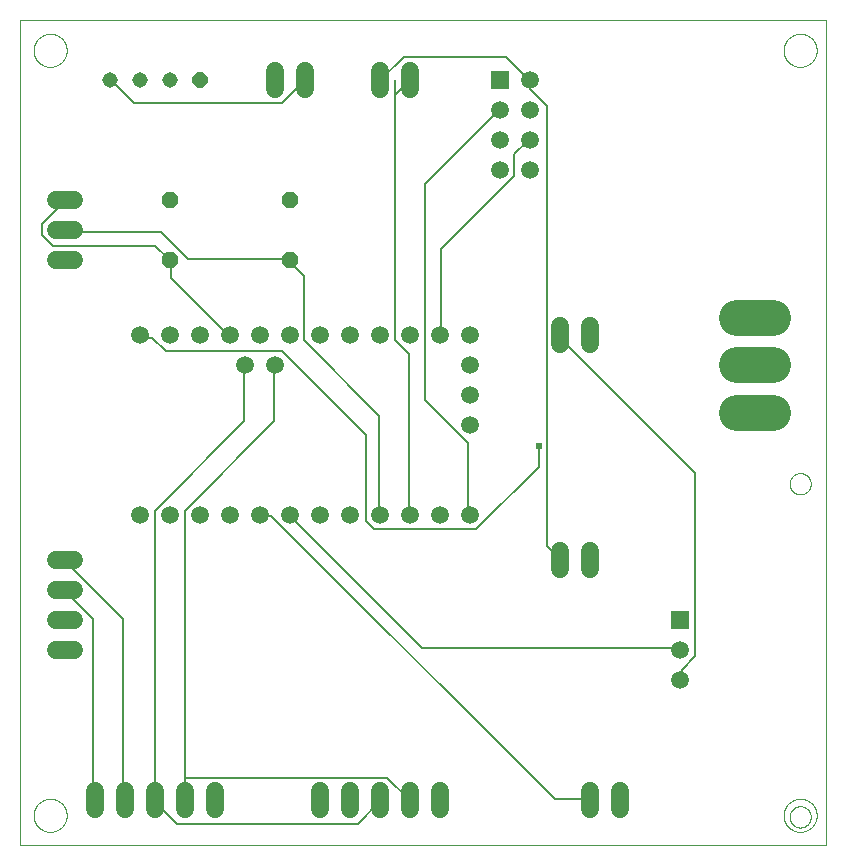
<source format=gbl>
G75*
%MOIN*%
%OFA0B0*%
%FSLAX25Y25*%
%IPPOS*%
%LPD*%
%AMOC8*
5,1,8,0,0,1.08239X$1,22.5*
%
%ADD10C,0.00000*%
%ADD11C,0.06000*%
%ADD12R,0.05937X0.05937*%
%ADD13C,0.05937*%
%ADD14OC8,0.05200*%
%ADD15OC8,0.05150*%
%ADD16C,0.05150*%
%ADD17C,0.11850*%
%ADD18C,0.00600*%
%ADD19C,0.02400*%
D10*
X0001000Y0001500D02*
X0001000Y0276461D01*
X0269701Y0276461D01*
X0269701Y0001500D01*
X0001000Y0001500D01*
X0005488Y0011500D02*
X0005490Y0011648D01*
X0005496Y0011796D01*
X0005506Y0011944D01*
X0005520Y0012091D01*
X0005538Y0012238D01*
X0005559Y0012384D01*
X0005585Y0012530D01*
X0005615Y0012675D01*
X0005648Y0012819D01*
X0005686Y0012962D01*
X0005727Y0013104D01*
X0005772Y0013245D01*
X0005820Y0013385D01*
X0005873Y0013524D01*
X0005929Y0013661D01*
X0005989Y0013796D01*
X0006052Y0013930D01*
X0006119Y0014062D01*
X0006190Y0014192D01*
X0006264Y0014320D01*
X0006341Y0014446D01*
X0006422Y0014570D01*
X0006506Y0014692D01*
X0006593Y0014811D01*
X0006684Y0014928D01*
X0006778Y0015043D01*
X0006874Y0015155D01*
X0006974Y0015265D01*
X0007076Y0015371D01*
X0007182Y0015475D01*
X0007290Y0015576D01*
X0007401Y0015674D01*
X0007514Y0015770D01*
X0007630Y0015862D01*
X0007748Y0015951D01*
X0007869Y0016036D01*
X0007992Y0016119D01*
X0008117Y0016198D01*
X0008244Y0016274D01*
X0008373Y0016346D01*
X0008504Y0016415D01*
X0008637Y0016480D01*
X0008772Y0016541D01*
X0008908Y0016599D01*
X0009045Y0016654D01*
X0009184Y0016704D01*
X0009325Y0016751D01*
X0009466Y0016794D01*
X0009609Y0016834D01*
X0009753Y0016869D01*
X0009897Y0016901D01*
X0010043Y0016928D01*
X0010189Y0016952D01*
X0010336Y0016972D01*
X0010483Y0016988D01*
X0010630Y0017000D01*
X0010778Y0017008D01*
X0010926Y0017012D01*
X0011074Y0017012D01*
X0011222Y0017008D01*
X0011370Y0017000D01*
X0011517Y0016988D01*
X0011664Y0016972D01*
X0011811Y0016952D01*
X0011957Y0016928D01*
X0012103Y0016901D01*
X0012247Y0016869D01*
X0012391Y0016834D01*
X0012534Y0016794D01*
X0012675Y0016751D01*
X0012816Y0016704D01*
X0012955Y0016654D01*
X0013092Y0016599D01*
X0013228Y0016541D01*
X0013363Y0016480D01*
X0013496Y0016415D01*
X0013627Y0016346D01*
X0013756Y0016274D01*
X0013883Y0016198D01*
X0014008Y0016119D01*
X0014131Y0016036D01*
X0014252Y0015951D01*
X0014370Y0015862D01*
X0014486Y0015770D01*
X0014599Y0015674D01*
X0014710Y0015576D01*
X0014818Y0015475D01*
X0014924Y0015371D01*
X0015026Y0015265D01*
X0015126Y0015155D01*
X0015222Y0015043D01*
X0015316Y0014928D01*
X0015407Y0014811D01*
X0015494Y0014692D01*
X0015578Y0014570D01*
X0015659Y0014446D01*
X0015736Y0014320D01*
X0015810Y0014192D01*
X0015881Y0014062D01*
X0015948Y0013930D01*
X0016011Y0013796D01*
X0016071Y0013661D01*
X0016127Y0013524D01*
X0016180Y0013385D01*
X0016228Y0013245D01*
X0016273Y0013104D01*
X0016314Y0012962D01*
X0016352Y0012819D01*
X0016385Y0012675D01*
X0016415Y0012530D01*
X0016441Y0012384D01*
X0016462Y0012238D01*
X0016480Y0012091D01*
X0016494Y0011944D01*
X0016504Y0011796D01*
X0016510Y0011648D01*
X0016512Y0011500D01*
X0016510Y0011352D01*
X0016504Y0011204D01*
X0016494Y0011056D01*
X0016480Y0010909D01*
X0016462Y0010762D01*
X0016441Y0010616D01*
X0016415Y0010470D01*
X0016385Y0010325D01*
X0016352Y0010181D01*
X0016314Y0010038D01*
X0016273Y0009896D01*
X0016228Y0009755D01*
X0016180Y0009615D01*
X0016127Y0009476D01*
X0016071Y0009339D01*
X0016011Y0009204D01*
X0015948Y0009070D01*
X0015881Y0008938D01*
X0015810Y0008808D01*
X0015736Y0008680D01*
X0015659Y0008554D01*
X0015578Y0008430D01*
X0015494Y0008308D01*
X0015407Y0008189D01*
X0015316Y0008072D01*
X0015222Y0007957D01*
X0015126Y0007845D01*
X0015026Y0007735D01*
X0014924Y0007629D01*
X0014818Y0007525D01*
X0014710Y0007424D01*
X0014599Y0007326D01*
X0014486Y0007230D01*
X0014370Y0007138D01*
X0014252Y0007049D01*
X0014131Y0006964D01*
X0014008Y0006881D01*
X0013883Y0006802D01*
X0013756Y0006726D01*
X0013627Y0006654D01*
X0013496Y0006585D01*
X0013363Y0006520D01*
X0013228Y0006459D01*
X0013092Y0006401D01*
X0012955Y0006346D01*
X0012816Y0006296D01*
X0012675Y0006249D01*
X0012534Y0006206D01*
X0012391Y0006166D01*
X0012247Y0006131D01*
X0012103Y0006099D01*
X0011957Y0006072D01*
X0011811Y0006048D01*
X0011664Y0006028D01*
X0011517Y0006012D01*
X0011370Y0006000D01*
X0011222Y0005992D01*
X0011074Y0005988D01*
X0010926Y0005988D01*
X0010778Y0005992D01*
X0010630Y0006000D01*
X0010483Y0006012D01*
X0010336Y0006028D01*
X0010189Y0006048D01*
X0010043Y0006072D01*
X0009897Y0006099D01*
X0009753Y0006131D01*
X0009609Y0006166D01*
X0009466Y0006206D01*
X0009325Y0006249D01*
X0009184Y0006296D01*
X0009045Y0006346D01*
X0008908Y0006401D01*
X0008772Y0006459D01*
X0008637Y0006520D01*
X0008504Y0006585D01*
X0008373Y0006654D01*
X0008244Y0006726D01*
X0008117Y0006802D01*
X0007992Y0006881D01*
X0007869Y0006964D01*
X0007748Y0007049D01*
X0007630Y0007138D01*
X0007514Y0007230D01*
X0007401Y0007326D01*
X0007290Y0007424D01*
X0007182Y0007525D01*
X0007076Y0007629D01*
X0006974Y0007735D01*
X0006874Y0007845D01*
X0006778Y0007957D01*
X0006684Y0008072D01*
X0006593Y0008189D01*
X0006506Y0008308D01*
X0006422Y0008430D01*
X0006341Y0008554D01*
X0006264Y0008680D01*
X0006190Y0008808D01*
X0006119Y0008938D01*
X0006052Y0009070D01*
X0005989Y0009204D01*
X0005929Y0009339D01*
X0005873Y0009476D01*
X0005820Y0009615D01*
X0005772Y0009755D01*
X0005727Y0009896D01*
X0005686Y0010038D01*
X0005648Y0010181D01*
X0005615Y0010325D01*
X0005585Y0010470D01*
X0005559Y0010616D01*
X0005538Y0010762D01*
X0005520Y0010909D01*
X0005506Y0011056D01*
X0005496Y0011204D01*
X0005490Y0011352D01*
X0005488Y0011500D01*
X0255488Y0011500D02*
X0255490Y0011648D01*
X0255496Y0011796D01*
X0255506Y0011944D01*
X0255520Y0012091D01*
X0255538Y0012238D01*
X0255559Y0012384D01*
X0255585Y0012530D01*
X0255615Y0012675D01*
X0255648Y0012819D01*
X0255686Y0012962D01*
X0255727Y0013104D01*
X0255772Y0013245D01*
X0255820Y0013385D01*
X0255873Y0013524D01*
X0255929Y0013661D01*
X0255989Y0013796D01*
X0256052Y0013930D01*
X0256119Y0014062D01*
X0256190Y0014192D01*
X0256264Y0014320D01*
X0256341Y0014446D01*
X0256422Y0014570D01*
X0256506Y0014692D01*
X0256593Y0014811D01*
X0256684Y0014928D01*
X0256778Y0015043D01*
X0256874Y0015155D01*
X0256974Y0015265D01*
X0257076Y0015371D01*
X0257182Y0015475D01*
X0257290Y0015576D01*
X0257401Y0015674D01*
X0257514Y0015770D01*
X0257630Y0015862D01*
X0257748Y0015951D01*
X0257869Y0016036D01*
X0257992Y0016119D01*
X0258117Y0016198D01*
X0258244Y0016274D01*
X0258373Y0016346D01*
X0258504Y0016415D01*
X0258637Y0016480D01*
X0258772Y0016541D01*
X0258908Y0016599D01*
X0259045Y0016654D01*
X0259184Y0016704D01*
X0259325Y0016751D01*
X0259466Y0016794D01*
X0259609Y0016834D01*
X0259753Y0016869D01*
X0259897Y0016901D01*
X0260043Y0016928D01*
X0260189Y0016952D01*
X0260336Y0016972D01*
X0260483Y0016988D01*
X0260630Y0017000D01*
X0260778Y0017008D01*
X0260926Y0017012D01*
X0261074Y0017012D01*
X0261222Y0017008D01*
X0261370Y0017000D01*
X0261517Y0016988D01*
X0261664Y0016972D01*
X0261811Y0016952D01*
X0261957Y0016928D01*
X0262103Y0016901D01*
X0262247Y0016869D01*
X0262391Y0016834D01*
X0262534Y0016794D01*
X0262675Y0016751D01*
X0262816Y0016704D01*
X0262955Y0016654D01*
X0263092Y0016599D01*
X0263228Y0016541D01*
X0263363Y0016480D01*
X0263496Y0016415D01*
X0263627Y0016346D01*
X0263756Y0016274D01*
X0263883Y0016198D01*
X0264008Y0016119D01*
X0264131Y0016036D01*
X0264252Y0015951D01*
X0264370Y0015862D01*
X0264486Y0015770D01*
X0264599Y0015674D01*
X0264710Y0015576D01*
X0264818Y0015475D01*
X0264924Y0015371D01*
X0265026Y0015265D01*
X0265126Y0015155D01*
X0265222Y0015043D01*
X0265316Y0014928D01*
X0265407Y0014811D01*
X0265494Y0014692D01*
X0265578Y0014570D01*
X0265659Y0014446D01*
X0265736Y0014320D01*
X0265810Y0014192D01*
X0265881Y0014062D01*
X0265948Y0013930D01*
X0266011Y0013796D01*
X0266071Y0013661D01*
X0266127Y0013524D01*
X0266180Y0013385D01*
X0266228Y0013245D01*
X0266273Y0013104D01*
X0266314Y0012962D01*
X0266352Y0012819D01*
X0266385Y0012675D01*
X0266415Y0012530D01*
X0266441Y0012384D01*
X0266462Y0012238D01*
X0266480Y0012091D01*
X0266494Y0011944D01*
X0266504Y0011796D01*
X0266510Y0011648D01*
X0266512Y0011500D01*
X0266510Y0011352D01*
X0266504Y0011204D01*
X0266494Y0011056D01*
X0266480Y0010909D01*
X0266462Y0010762D01*
X0266441Y0010616D01*
X0266415Y0010470D01*
X0266385Y0010325D01*
X0266352Y0010181D01*
X0266314Y0010038D01*
X0266273Y0009896D01*
X0266228Y0009755D01*
X0266180Y0009615D01*
X0266127Y0009476D01*
X0266071Y0009339D01*
X0266011Y0009204D01*
X0265948Y0009070D01*
X0265881Y0008938D01*
X0265810Y0008808D01*
X0265736Y0008680D01*
X0265659Y0008554D01*
X0265578Y0008430D01*
X0265494Y0008308D01*
X0265407Y0008189D01*
X0265316Y0008072D01*
X0265222Y0007957D01*
X0265126Y0007845D01*
X0265026Y0007735D01*
X0264924Y0007629D01*
X0264818Y0007525D01*
X0264710Y0007424D01*
X0264599Y0007326D01*
X0264486Y0007230D01*
X0264370Y0007138D01*
X0264252Y0007049D01*
X0264131Y0006964D01*
X0264008Y0006881D01*
X0263883Y0006802D01*
X0263756Y0006726D01*
X0263627Y0006654D01*
X0263496Y0006585D01*
X0263363Y0006520D01*
X0263228Y0006459D01*
X0263092Y0006401D01*
X0262955Y0006346D01*
X0262816Y0006296D01*
X0262675Y0006249D01*
X0262534Y0006206D01*
X0262391Y0006166D01*
X0262247Y0006131D01*
X0262103Y0006099D01*
X0261957Y0006072D01*
X0261811Y0006048D01*
X0261664Y0006028D01*
X0261517Y0006012D01*
X0261370Y0006000D01*
X0261222Y0005992D01*
X0261074Y0005988D01*
X0260926Y0005988D01*
X0260778Y0005992D01*
X0260630Y0006000D01*
X0260483Y0006012D01*
X0260336Y0006028D01*
X0260189Y0006048D01*
X0260043Y0006072D01*
X0259897Y0006099D01*
X0259753Y0006131D01*
X0259609Y0006166D01*
X0259466Y0006206D01*
X0259325Y0006249D01*
X0259184Y0006296D01*
X0259045Y0006346D01*
X0258908Y0006401D01*
X0258772Y0006459D01*
X0258637Y0006520D01*
X0258504Y0006585D01*
X0258373Y0006654D01*
X0258244Y0006726D01*
X0258117Y0006802D01*
X0257992Y0006881D01*
X0257869Y0006964D01*
X0257748Y0007049D01*
X0257630Y0007138D01*
X0257514Y0007230D01*
X0257401Y0007326D01*
X0257290Y0007424D01*
X0257182Y0007525D01*
X0257076Y0007629D01*
X0256974Y0007735D01*
X0256874Y0007845D01*
X0256778Y0007957D01*
X0256684Y0008072D01*
X0256593Y0008189D01*
X0256506Y0008308D01*
X0256422Y0008430D01*
X0256341Y0008554D01*
X0256264Y0008680D01*
X0256190Y0008808D01*
X0256119Y0008938D01*
X0256052Y0009070D01*
X0255989Y0009204D01*
X0255929Y0009339D01*
X0255873Y0009476D01*
X0255820Y0009615D01*
X0255772Y0009755D01*
X0255727Y0009896D01*
X0255686Y0010038D01*
X0255648Y0010181D01*
X0255615Y0010325D01*
X0255585Y0010470D01*
X0255559Y0010616D01*
X0255538Y0010762D01*
X0255520Y0010909D01*
X0255506Y0011056D01*
X0255496Y0011204D01*
X0255490Y0011352D01*
X0255488Y0011500D01*
X0257457Y0010988D02*
X0257459Y0011106D01*
X0257465Y0011225D01*
X0257475Y0011343D01*
X0257489Y0011460D01*
X0257506Y0011577D01*
X0257528Y0011694D01*
X0257554Y0011809D01*
X0257583Y0011924D01*
X0257616Y0012038D01*
X0257653Y0012150D01*
X0257694Y0012261D01*
X0257738Y0012371D01*
X0257786Y0012479D01*
X0257838Y0012586D01*
X0257893Y0012691D01*
X0257952Y0012794D01*
X0258014Y0012894D01*
X0258079Y0012993D01*
X0258148Y0013090D01*
X0258219Y0013184D01*
X0258294Y0013275D01*
X0258372Y0013365D01*
X0258453Y0013451D01*
X0258537Y0013535D01*
X0258623Y0013616D01*
X0258713Y0013694D01*
X0258804Y0013769D01*
X0258898Y0013840D01*
X0258995Y0013909D01*
X0259094Y0013974D01*
X0259194Y0014036D01*
X0259297Y0014095D01*
X0259402Y0014150D01*
X0259509Y0014202D01*
X0259617Y0014250D01*
X0259727Y0014294D01*
X0259838Y0014335D01*
X0259950Y0014372D01*
X0260064Y0014405D01*
X0260179Y0014434D01*
X0260294Y0014460D01*
X0260411Y0014482D01*
X0260528Y0014499D01*
X0260645Y0014513D01*
X0260763Y0014523D01*
X0260882Y0014529D01*
X0261000Y0014531D01*
X0261118Y0014529D01*
X0261237Y0014523D01*
X0261355Y0014513D01*
X0261472Y0014499D01*
X0261589Y0014482D01*
X0261706Y0014460D01*
X0261821Y0014434D01*
X0261936Y0014405D01*
X0262050Y0014372D01*
X0262162Y0014335D01*
X0262273Y0014294D01*
X0262383Y0014250D01*
X0262491Y0014202D01*
X0262598Y0014150D01*
X0262703Y0014095D01*
X0262806Y0014036D01*
X0262906Y0013974D01*
X0263005Y0013909D01*
X0263102Y0013840D01*
X0263196Y0013769D01*
X0263287Y0013694D01*
X0263377Y0013616D01*
X0263463Y0013535D01*
X0263547Y0013451D01*
X0263628Y0013365D01*
X0263706Y0013275D01*
X0263781Y0013184D01*
X0263852Y0013090D01*
X0263921Y0012993D01*
X0263986Y0012894D01*
X0264048Y0012794D01*
X0264107Y0012691D01*
X0264162Y0012586D01*
X0264214Y0012479D01*
X0264262Y0012371D01*
X0264306Y0012261D01*
X0264347Y0012150D01*
X0264384Y0012038D01*
X0264417Y0011924D01*
X0264446Y0011809D01*
X0264472Y0011694D01*
X0264494Y0011577D01*
X0264511Y0011460D01*
X0264525Y0011343D01*
X0264535Y0011225D01*
X0264541Y0011106D01*
X0264543Y0010988D01*
X0264541Y0010870D01*
X0264535Y0010751D01*
X0264525Y0010633D01*
X0264511Y0010516D01*
X0264494Y0010399D01*
X0264472Y0010282D01*
X0264446Y0010167D01*
X0264417Y0010052D01*
X0264384Y0009938D01*
X0264347Y0009826D01*
X0264306Y0009715D01*
X0264262Y0009605D01*
X0264214Y0009497D01*
X0264162Y0009390D01*
X0264107Y0009285D01*
X0264048Y0009182D01*
X0263986Y0009082D01*
X0263921Y0008983D01*
X0263852Y0008886D01*
X0263781Y0008792D01*
X0263706Y0008701D01*
X0263628Y0008611D01*
X0263547Y0008525D01*
X0263463Y0008441D01*
X0263377Y0008360D01*
X0263287Y0008282D01*
X0263196Y0008207D01*
X0263102Y0008136D01*
X0263005Y0008067D01*
X0262906Y0008002D01*
X0262806Y0007940D01*
X0262703Y0007881D01*
X0262598Y0007826D01*
X0262491Y0007774D01*
X0262383Y0007726D01*
X0262273Y0007682D01*
X0262162Y0007641D01*
X0262050Y0007604D01*
X0261936Y0007571D01*
X0261821Y0007542D01*
X0261706Y0007516D01*
X0261589Y0007494D01*
X0261472Y0007477D01*
X0261355Y0007463D01*
X0261237Y0007453D01*
X0261118Y0007447D01*
X0261000Y0007445D01*
X0260882Y0007447D01*
X0260763Y0007453D01*
X0260645Y0007463D01*
X0260528Y0007477D01*
X0260411Y0007494D01*
X0260294Y0007516D01*
X0260179Y0007542D01*
X0260064Y0007571D01*
X0259950Y0007604D01*
X0259838Y0007641D01*
X0259727Y0007682D01*
X0259617Y0007726D01*
X0259509Y0007774D01*
X0259402Y0007826D01*
X0259297Y0007881D01*
X0259194Y0007940D01*
X0259094Y0008002D01*
X0258995Y0008067D01*
X0258898Y0008136D01*
X0258804Y0008207D01*
X0258713Y0008282D01*
X0258623Y0008360D01*
X0258537Y0008441D01*
X0258453Y0008525D01*
X0258372Y0008611D01*
X0258294Y0008701D01*
X0258219Y0008792D01*
X0258148Y0008886D01*
X0258079Y0008983D01*
X0258014Y0009082D01*
X0257952Y0009182D01*
X0257893Y0009285D01*
X0257838Y0009390D01*
X0257786Y0009497D01*
X0257738Y0009605D01*
X0257694Y0009715D01*
X0257653Y0009826D01*
X0257616Y0009938D01*
X0257583Y0010052D01*
X0257554Y0010167D01*
X0257528Y0010282D01*
X0257506Y0010399D01*
X0257489Y0010516D01*
X0257475Y0010633D01*
X0257465Y0010751D01*
X0257459Y0010870D01*
X0257457Y0010988D01*
X0257457Y0122012D02*
X0257459Y0122130D01*
X0257465Y0122249D01*
X0257475Y0122367D01*
X0257489Y0122484D01*
X0257506Y0122601D01*
X0257528Y0122718D01*
X0257554Y0122833D01*
X0257583Y0122948D01*
X0257616Y0123062D01*
X0257653Y0123174D01*
X0257694Y0123285D01*
X0257738Y0123395D01*
X0257786Y0123503D01*
X0257838Y0123610D01*
X0257893Y0123715D01*
X0257952Y0123818D01*
X0258014Y0123918D01*
X0258079Y0124017D01*
X0258148Y0124114D01*
X0258219Y0124208D01*
X0258294Y0124299D01*
X0258372Y0124389D01*
X0258453Y0124475D01*
X0258537Y0124559D01*
X0258623Y0124640D01*
X0258713Y0124718D01*
X0258804Y0124793D01*
X0258898Y0124864D01*
X0258995Y0124933D01*
X0259094Y0124998D01*
X0259194Y0125060D01*
X0259297Y0125119D01*
X0259402Y0125174D01*
X0259509Y0125226D01*
X0259617Y0125274D01*
X0259727Y0125318D01*
X0259838Y0125359D01*
X0259950Y0125396D01*
X0260064Y0125429D01*
X0260179Y0125458D01*
X0260294Y0125484D01*
X0260411Y0125506D01*
X0260528Y0125523D01*
X0260645Y0125537D01*
X0260763Y0125547D01*
X0260882Y0125553D01*
X0261000Y0125555D01*
X0261118Y0125553D01*
X0261237Y0125547D01*
X0261355Y0125537D01*
X0261472Y0125523D01*
X0261589Y0125506D01*
X0261706Y0125484D01*
X0261821Y0125458D01*
X0261936Y0125429D01*
X0262050Y0125396D01*
X0262162Y0125359D01*
X0262273Y0125318D01*
X0262383Y0125274D01*
X0262491Y0125226D01*
X0262598Y0125174D01*
X0262703Y0125119D01*
X0262806Y0125060D01*
X0262906Y0124998D01*
X0263005Y0124933D01*
X0263102Y0124864D01*
X0263196Y0124793D01*
X0263287Y0124718D01*
X0263377Y0124640D01*
X0263463Y0124559D01*
X0263547Y0124475D01*
X0263628Y0124389D01*
X0263706Y0124299D01*
X0263781Y0124208D01*
X0263852Y0124114D01*
X0263921Y0124017D01*
X0263986Y0123918D01*
X0264048Y0123818D01*
X0264107Y0123715D01*
X0264162Y0123610D01*
X0264214Y0123503D01*
X0264262Y0123395D01*
X0264306Y0123285D01*
X0264347Y0123174D01*
X0264384Y0123062D01*
X0264417Y0122948D01*
X0264446Y0122833D01*
X0264472Y0122718D01*
X0264494Y0122601D01*
X0264511Y0122484D01*
X0264525Y0122367D01*
X0264535Y0122249D01*
X0264541Y0122130D01*
X0264543Y0122012D01*
X0264541Y0121894D01*
X0264535Y0121775D01*
X0264525Y0121657D01*
X0264511Y0121540D01*
X0264494Y0121423D01*
X0264472Y0121306D01*
X0264446Y0121191D01*
X0264417Y0121076D01*
X0264384Y0120962D01*
X0264347Y0120850D01*
X0264306Y0120739D01*
X0264262Y0120629D01*
X0264214Y0120521D01*
X0264162Y0120414D01*
X0264107Y0120309D01*
X0264048Y0120206D01*
X0263986Y0120106D01*
X0263921Y0120007D01*
X0263852Y0119910D01*
X0263781Y0119816D01*
X0263706Y0119725D01*
X0263628Y0119635D01*
X0263547Y0119549D01*
X0263463Y0119465D01*
X0263377Y0119384D01*
X0263287Y0119306D01*
X0263196Y0119231D01*
X0263102Y0119160D01*
X0263005Y0119091D01*
X0262906Y0119026D01*
X0262806Y0118964D01*
X0262703Y0118905D01*
X0262598Y0118850D01*
X0262491Y0118798D01*
X0262383Y0118750D01*
X0262273Y0118706D01*
X0262162Y0118665D01*
X0262050Y0118628D01*
X0261936Y0118595D01*
X0261821Y0118566D01*
X0261706Y0118540D01*
X0261589Y0118518D01*
X0261472Y0118501D01*
X0261355Y0118487D01*
X0261237Y0118477D01*
X0261118Y0118471D01*
X0261000Y0118469D01*
X0260882Y0118471D01*
X0260763Y0118477D01*
X0260645Y0118487D01*
X0260528Y0118501D01*
X0260411Y0118518D01*
X0260294Y0118540D01*
X0260179Y0118566D01*
X0260064Y0118595D01*
X0259950Y0118628D01*
X0259838Y0118665D01*
X0259727Y0118706D01*
X0259617Y0118750D01*
X0259509Y0118798D01*
X0259402Y0118850D01*
X0259297Y0118905D01*
X0259194Y0118964D01*
X0259094Y0119026D01*
X0258995Y0119091D01*
X0258898Y0119160D01*
X0258804Y0119231D01*
X0258713Y0119306D01*
X0258623Y0119384D01*
X0258537Y0119465D01*
X0258453Y0119549D01*
X0258372Y0119635D01*
X0258294Y0119725D01*
X0258219Y0119816D01*
X0258148Y0119910D01*
X0258079Y0120007D01*
X0258014Y0120106D01*
X0257952Y0120206D01*
X0257893Y0120309D01*
X0257838Y0120414D01*
X0257786Y0120521D01*
X0257738Y0120629D01*
X0257694Y0120739D01*
X0257653Y0120850D01*
X0257616Y0120962D01*
X0257583Y0121076D01*
X0257554Y0121191D01*
X0257528Y0121306D01*
X0257506Y0121423D01*
X0257489Y0121540D01*
X0257475Y0121657D01*
X0257465Y0121775D01*
X0257459Y0121894D01*
X0257457Y0122012D01*
X0255488Y0266500D02*
X0255490Y0266648D01*
X0255496Y0266796D01*
X0255506Y0266944D01*
X0255520Y0267091D01*
X0255538Y0267238D01*
X0255559Y0267384D01*
X0255585Y0267530D01*
X0255615Y0267675D01*
X0255648Y0267819D01*
X0255686Y0267962D01*
X0255727Y0268104D01*
X0255772Y0268245D01*
X0255820Y0268385D01*
X0255873Y0268524D01*
X0255929Y0268661D01*
X0255989Y0268796D01*
X0256052Y0268930D01*
X0256119Y0269062D01*
X0256190Y0269192D01*
X0256264Y0269320D01*
X0256341Y0269446D01*
X0256422Y0269570D01*
X0256506Y0269692D01*
X0256593Y0269811D01*
X0256684Y0269928D01*
X0256778Y0270043D01*
X0256874Y0270155D01*
X0256974Y0270265D01*
X0257076Y0270371D01*
X0257182Y0270475D01*
X0257290Y0270576D01*
X0257401Y0270674D01*
X0257514Y0270770D01*
X0257630Y0270862D01*
X0257748Y0270951D01*
X0257869Y0271036D01*
X0257992Y0271119D01*
X0258117Y0271198D01*
X0258244Y0271274D01*
X0258373Y0271346D01*
X0258504Y0271415D01*
X0258637Y0271480D01*
X0258772Y0271541D01*
X0258908Y0271599D01*
X0259045Y0271654D01*
X0259184Y0271704D01*
X0259325Y0271751D01*
X0259466Y0271794D01*
X0259609Y0271834D01*
X0259753Y0271869D01*
X0259897Y0271901D01*
X0260043Y0271928D01*
X0260189Y0271952D01*
X0260336Y0271972D01*
X0260483Y0271988D01*
X0260630Y0272000D01*
X0260778Y0272008D01*
X0260926Y0272012D01*
X0261074Y0272012D01*
X0261222Y0272008D01*
X0261370Y0272000D01*
X0261517Y0271988D01*
X0261664Y0271972D01*
X0261811Y0271952D01*
X0261957Y0271928D01*
X0262103Y0271901D01*
X0262247Y0271869D01*
X0262391Y0271834D01*
X0262534Y0271794D01*
X0262675Y0271751D01*
X0262816Y0271704D01*
X0262955Y0271654D01*
X0263092Y0271599D01*
X0263228Y0271541D01*
X0263363Y0271480D01*
X0263496Y0271415D01*
X0263627Y0271346D01*
X0263756Y0271274D01*
X0263883Y0271198D01*
X0264008Y0271119D01*
X0264131Y0271036D01*
X0264252Y0270951D01*
X0264370Y0270862D01*
X0264486Y0270770D01*
X0264599Y0270674D01*
X0264710Y0270576D01*
X0264818Y0270475D01*
X0264924Y0270371D01*
X0265026Y0270265D01*
X0265126Y0270155D01*
X0265222Y0270043D01*
X0265316Y0269928D01*
X0265407Y0269811D01*
X0265494Y0269692D01*
X0265578Y0269570D01*
X0265659Y0269446D01*
X0265736Y0269320D01*
X0265810Y0269192D01*
X0265881Y0269062D01*
X0265948Y0268930D01*
X0266011Y0268796D01*
X0266071Y0268661D01*
X0266127Y0268524D01*
X0266180Y0268385D01*
X0266228Y0268245D01*
X0266273Y0268104D01*
X0266314Y0267962D01*
X0266352Y0267819D01*
X0266385Y0267675D01*
X0266415Y0267530D01*
X0266441Y0267384D01*
X0266462Y0267238D01*
X0266480Y0267091D01*
X0266494Y0266944D01*
X0266504Y0266796D01*
X0266510Y0266648D01*
X0266512Y0266500D01*
X0266510Y0266352D01*
X0266504Y0266204D01*
X0266494Y0266056D01*
X0266480Y0265909D01*
X0266462Y0265762D01*
X0266441Y0265616D01*
X0266415Y0265470D01*
X0266385Y0265325D01*
X0266352Y0265181D01*
X0266314Y0265038D01*
X0266273Y0264896D01*
X0266228Y0264755D01*
X0266180Y0264615D01*
X0266127Y0264476D01*
X0266071Y0264339D01*
X0266011Y0264204D01*
X0265948Y0264070D01*
X0265881Y0263938D01*
X0265810Y0263808D01*
X0265736Y0263680D01*
X0265659Y0263554D01*
X0265578Y0263430D01*
X0265494Y0263308D01*
X0265407Y0263189D01*
X0265316Y0263072D01*
X0265222Y0262957D01*
X0265126Y0262845D01*
X0265026Y0262735D01*
X0264924Y0262629D01*
X0264818Y0262525D01*
X0264710Y0262424D01*
X0264599Y0262326D01*
X0264486Y0262230D01*
X0264370Y0262138D01*
X0264252Y0262049D01*
X0264131Y0261964D01*
X0264008Y0261881D01*
X0263883Y0261802D01*
X0263756Y0261726D01*
X0263627Y0261654D01*
X0263496Y0261585D01*
X0263363Y0261520D01*
X0263228Y0261459D01*
X0263092Y0261401D01*
X0262955Y0261346D01*
X0262816Y0261296D01*
X0262675Y0261249D01*
X0262534Y0261206D01*
X0262391Y0261166D01*
X0262247Y0261131D01*
X0262103Y0261099D01*
X0261957Y0261072D01*
X0261811Y0261048D01*
X0261664Y0261028D01*
X0261517Y0261012D01*
X0261370Y0261000D01*
X0261222Y0260992D01*
X0261074Y0260988D01*
X0260926Y0260988D01*
X0260778Y0260992D01*
X0260630Y0261000D01*
X0260483Y0261012D01*
X0260336Y0261028D01*
X0260189Y0261048D01*
X0260043Y0261072D01*
X0259897Y0261099D01*
X0259753Y0261131D01*
X0259609Y0261166D01*
X0259466Y0261206D01*
X0259325Y0261249D01*
X0259184Y0261296D01*
X0259045Y0261346D01*
X0258908Y0261401D01*
X0258772Y0261459D01*
X0258637Y0261520D01*
X0258504Y0261585D01*
X0258373Y0261654D01*
X0258244Y0261726D01*
X0258117Y0261802D01*
X0257992Y0261881D01*
X0257869Y0261964D01*
X0257748Y0262049D01*
X0257630Y0262138D01*
X0257514Y0262230D01*
X0257401Y0262326D01*
X0257290Y0262424D01*
X0257182Y0262525D01*
X0257076Y0262629D01*
X0256974Y0262735D01*
X0256874Y0262845D01*
X0256778Y0262957D01*
X0256684Y0263072D01*
X0256593Y0263189D01*
X0256506Y0263308D01*
X0256422Y0263430D01*
X0256341Y0263554D01*
X0256264Y0263680D01*
X0256190Y0263808D01*
X0256119Y0263938D01*
X0256052Y0264070D01*
X0255989Y0264204D01*
X0255929Y0264339D01*
X0255873Y0264476D01*
X0255820Y0264615D01*
X0255772Y0264755D01*
X0255727Y0264896D01*
X0255686Y0265038D01*
X0255648Y0265181D01*
X0255615Y0265325D01*
X0255585Y0265470D01*
X0255559Y0265616D01*
X0255538Y0265762D01*
X0255520Y0265909D01*
X0255506Y0266056D01*
X0255496Y0266204D01*
X0255490Y0266352D01*
X0255488Y0266500D01*
X0005488Y0266500D02*
X0005490Y0266648D01*
X0005496Y0266796D01*
X0005506Y0266944D01*
X0005520Y0267091D01*
X0005538Y0267238D01*
X0005559Y0267384D01*
X0005585Y0267530D01*
X0005615Y0267675D01*
X0005648Y0267819D01*
X0005686Y0267962D01*
X0005727Y0268104D01*
X0005772Y0268245D01*
X0005820Y0268385D01*
X0005873Y0268524D01*
X0005929Y0268661D01*
X0005989Y0268796D01*
X0006052Y0268930D01*
X0006119Y0269062D01*
X0006190Y0269192D01*
X0006264Y0269320D01*
X0006341Y0269446D01*
X0006422Y0269570D01*
X0006506Y0269692D01*
X0006593Y0269811D01*
X0006684Y0269928D01*
X0006778Y0270043D01*
X0006874Y0270155D01*
X0006974Y0270265D01*
X0007076Y0270371D01*
X0007182Y0270475D01*
X0007290Y0270576D01*
X0007401Y0270674D01*
X0007514Y0270770D01*
X0007630Y0270862D01*
X0007748Y0270951D01*
X0007869Y0271036D01*
X0007992Y0271119D01*
X0008117Y0271198D01*
X0008244Y0271274D01*
X0008373Y0271346D01*
X0008504Y0271415D01*
X0008637Y0271480D01*
X0008772Y0271541D01*
X0008908Y0271599D01*
X0009045Y0271654D01*
X0009184Y0271704D01*
X0009325Y0271751D01*
X0009466Y0271794D01*
X0009609Y0271834D01*
X0009753Y0271869D01*
X0009897Y0271901D01*
X0010043Y0271928D01*
X0010189Y0271952D01*
X0010336Y0271972D01*
X0010483Y0271988D01*
X0010630Y0272000D01*
X0010778Y0272008D01*
X0010926Y0272012D01*
X0011074Y0272012D01*
X0011222Y0272008D01*
X0011370Y0272000D01*
X0011517Y0271988D01*
X0011664Y0271972D01*
X0011811Y0271952D01*
X0011957Y0271928D01*
X0012103Y0271901D01*
X0012247Y0271869D01*
X0012391Y0271834D01*
X0012534Y0271794D01*
X0012675Y0271751D01*
X0012816Y0271704D01*
X0012955Y0271654D01*
X0013092Y0271599D01*
X0013228Y0271541D01*
X0013363Y0271480D01*
X0013496Y0271415D01*
X0013627Y0271346D01*
X0013756Y0271274D01*
X0013883Y0271198D01*
X0014008Y0271119D01*
X0014131Y0271036D01*
X0014252Y0270951D01*
X0014370Y0270862D01*
X0014486Y0270770D01*
X0014599Y0270674D01*
X0014710Y0270576D01*
X0014818Y0270475D01*
X0014924Y0270371D01*
X0015026Y0270265D01*
X0015126Y0270155D01*
X0015222Y0270043D01*
X0015316Y0269928D01*
X0015407Y0269811D01*
X0015494Y0269692D01*
X0015578Y0269570D01*
X0015659Y0269446D01*
X0015736Y0269320D01*
X0015810Y0269192D01*
X0015881Y0269062D01*
X0015948Y0268930D01*
X0016011Y0268796D01*
X0016071Y0268661D01*
X0016127Y0268524D01*
X0016180Y0268385D01*
X0016228Y0268245D01*
X0016273Y0268104D01*
X0016314Y0267962D01*
X0016352Y0267819D01*
X0016385Y0267675D01*
X0016415Y0267530D01*
X0016441Y0267384D01*
X0016462Y0267238D01*
X0016480Y0267091D01*
X0016494Y0266944D01*
X0016504Y0266796D01*
X0016510Y0266648D01*
X0016512Y0266500D01*
X0016510Y0266352D01*
X0016504Y0266204D01*
X0016494Y0266056D01*
X0016480Y0265909D01*
X0016462Y0265762D01*
X0016441Y0265616D01*
X0016415Y0265470D01*
X0016385Y0265325D01*
X0016352Y0265181D01*
X0016314Y0265038D01*
X0016273Y0264896D01*
X0016228Y0264755D01*
X0016180Y0264615D01*
X0016127Y0264476D01*
X0016071Y0264339D01*
X0016011Y0264204D01*
X0015948Y0264070D01*
X0015881Y0263938D01*
X0015810Y0263808D01*
X0015736Y0263680D01*
X0015659Y0263554D01*
X0015578Y0263430D01*
X0015494Y0263308D01*
X0015407Y0263189D01*
X0015316Y0263072D01*
X0015222Y0262957D01*
X0015126Y0262845D01*
X0015026Y0262735D01*
X0014924Y0262629D01*
X0014818Y0262525D01*
X0014710Y0262424D01*
X0014599Y0262326D01*
X0014486Y0262230D01*
X0014370Y0262138D01*
X0014252Y0262049D01*
X0014131Y0261964D01*
X0014008Y0261881D01*
X0013883Y0261802D01*
X0013756Y0261726D01*
X0013627Y0261654D01*
X0013496Y0261585D01*
X0013363Y0261520D01*
X0013228Y0261459D01*
X0013092Y0261401D01*
X0012955Y0261346D01*
X0012816Y0261296D01*
X0012675Y0261249D01*
X0012534Y0261206D01*
X0012391Y0261166D01*
X0012247Y0261131D01*
X0012103Y0261099D01*
X0011957Y0261072D01*
X0011811Y0261048D01*
X0011664Y0261028D01*
X0011517Y0261012D01*
X0011370Y0261000D01*
X0011222Y0260992D01*
X0011074Y0260988D01*
X0010926Y0260988D01*
X0010778Y0260992D01*
X0010630Y0261000D01*
X0010483Y0261012D01*
X0010336Y0261028D01*
X0010189Y0261048D01*
X0010043Y0261072D01*
X0009897Y0261099D01*
X0009753Y0261131D01*
X0009609Y0261166D01*
X0009466Y0261206D01*
X0009325Y0261249D01*
X0009184Y0261296D01*
X0009045Y0261346D01*
X0008908Y0261401D01*
X0008772Y0261459D01*
X0008637Y0261520D01*
X0008504Y0261585D01*
X0008373Y0261654D01*
X0008244Y0261726D01*
X0008117Y0261802D01*
X0007992Y0261881D01*
X0007869Y0261964D01*
X0007748Y0262049D01*
X0007630Y0262138D01*
X0007514Y0262230D01*
X0007401Y0262326D01*
X0007290Y0262424D01*
X0007182Y0262525D01*
X0007076Y0262629D01*
X0006974Y0262735D01*
X0006874Y0262845D01*
X0006778Y0262957D01*
X0006684Y0263072D01*
X0006593Y0263189D01*
X0006506Y0263308D01*
X0006422Y0263430D01*
X0006341Y0263554D01*
X0006264Y0263680D01*
X0006190Y0263808D01*
X0006119Y0263938D01*
X0006052Y0264070D01*
X0005989Y0264204D01*
X0005929Y0264339D01*
X0005873Y0264476D01*
X0005820Y0264615D01*
X0005772Y0264755D01*
X0005727Y0264896D01*
X0005686Y0265038D01*
X0005648Y0265181D01*
X0005615Y0265325D01*
X0005585Y0265470D01*
X0005559Y0265616D01*
X0005538Y0265762D01*
X0005520Y0265909D01*
X0005506Y0266056D01*
X0005496Y0266204D01*
X0005490Y0266352D01*
X0005488Y0266500D01*
D11*
X0013000Y0216500D02*
X0019000Y0216500D01*
X0019000Y0206500D02*
X0013000Y0206500D01*
X0013000Y0196500D02*
X0019000Y0196500D01*
X0086000Y0253500D02*
X0086000Y0259500D01*
X0096000Y0259500D02*
X0096000Y0253500D01*
X0121000Y0253500D02*
X0121000Y0259500D01*
X0131000Y0259500D02*
X0131000Y0253500D01*
X0181000Y0174500D02*
X0181000Y0168500D01*
X0191000Y0168500D02*
X0191000Y0174500D01*
X0191000Y0099500D02*
X0191000Y0093500D01*
X0181000Y0093500D02*
X0181000Y0099500D01*
X0191000Y0019500D02*
X0191000Y0013500D01*
X0201000Y0013500D02*
X0201000Y0019500D01*
X0141000Y0019500D02*
X0141000Y0013500D01*
X0131000Y0013500D02*
X0131000Y0019500D01*
X0121000Y0019500D02*
X0121000Y0013500D01*
X0111000Y0013500D02*
X0111000Y0019500D01*
X0101000Y0019500D02*
X0101000Y0013500D01*
X0066000Y0013500D02*
X0066000Y0019500D01*
X0056000Y0019500D02*
X0056000Y0013500D01*
X0046000Y0013500D02*
X0046000Y0019500D01*
X0036000Y0019500D02*
X0036000Y0013500D01*
X0026000Y0013500D02*
X0026000Y0019500D01*
X0019000Y0066500D02*
X0013000Y0066500D01*
X0013000Y0076500D02*
X0019000Y0076500D01*
X0019000Y0086500D02*
X0013000Y0086500D01*
X0013000Y0096500D02*
X0019000Y0096500D01*
D12*
X0161000Y0256500D03*
X0221000Y0076500D03*
D13*
X0221000Y0066500D03*
X0221000Y0056500D03*
X0151000Y0111500D03*
X0141000Y0111500D03*
X0131000Y0111500D03*
X0121000Y0111500D03*
X0111000Y0111500D03*
X0101000Y0111500D03*
X0091000Y0111500D03*
X0081000Y0111500D03*
X0071000Y0111500D03*
X0061000Y0111500D03*
X0051000Y0111500D03*
X0041000Y0111500D03*
X0076000Y0161500D03*
X0086000Y0161500D03*
X0081000Y0171500D03*
X0091000Y0171500D03*
X0101000Y0171500D03*
X0111000Y0171500D03*
X0121000Y0171500D03*
X0131000Y0171500D03*
X0141000Y0171500D03*
X0151000Y0171500D03*
X0151000Y0161500D03*
X0151000Y0151500D03*
X0151000Y0141500D03*
X0071000Y0171500D03*
X0061000Y0171500D03*
X0051000Y0171500D03*
X0041000Y0171500D03*
X0161000Y0226500D03*
X0161000Y0236500D03*
X0161000Y0246500D03*
X0171000Y0246500D03*
X0171000Y0236500D03*
X0171000Y0226500D03*
X0171000Y0256500D03*
D14*
X0091000Y0216500D03*
X0091000Y0196500D03*
X0051000Y0196500D03*
X0051000Y0216500D03*
D15*
X0061000Y0256500D03*
D16*
X0051000Y0256500D03*
X0041000Y0256500D03*
X0031000Y0256500D03*
D17*
X0240075Y0177300D02*
X0251925Y0177300D01*
X0251925Y0161500D02*
X0240075Y0161500D01*
X0240075Y0145700D02*
X0251925Y0145700D01*
D18*
X0226000Y0125700D02*
X0181000Y0170700D01*
X0181000Y0171500D01*
X0173800Y0134700D02*
X0173800Y0127500D01*
X0153100Y0106800D01*
X0118900Y0106800D01*
X0116200Y0109500D01*
X0116200Y0138300D01*
X0088300Y0166200D01*
X0049600Y0166200D01*
X0045100Y0170700D01*
X0041500Y0170700D01*
X0041000Y0171500D01*
X0051400Y0190500D02*
X0070300Y0171600D01*
X0071000Y0171500D01*
X0076000Y0161500D02*
X0075700Y0160800D01*
X0075700Y0142800D01*
X0046000Y0113100D01*
X0046000Y0016500D01*
X0046000Y0015900D01*
X0053200Y0008700D01*
X0113500Y0008700D01*
X0120700Y0015900D01*
X0121000Y0016500D01*
X0123400Y0024000D02*
X0055900Y0024000D01*
X0055900Y0113100D01*
X0085600Y0142800D01*
X0085600Y0160800D01*
X0086000Y0161500D01*
X0095500Y0169800D02*
X0095500Y0191400D01*
X0091000Y0195900D01*
X0091000Y0196500D01*
X0091000Y0196800D01*
X0056800Y0196800D01*
X0047800Y0205800D01*
X0016300Y0205800D01*
X0016000Y0206500D01*
X0011800Y0201300D02*
X0046000Y0201300D01*
X0050500Y0196800D01*
X0051000Y0196500D01*
X0051400Y0195900D01*
X0051400Y0190500D01*
X0016000Y0216500D02*
X0015400Y0215700D01*
X0008200Y0208500D01*
X0008200Y0204900D01*
X0011800Y0201300D01*
X0038800Y0249000D02*
X0031600Y0256200D01*
X0031000Y0256500D01*
X0038800Y0249000D02*
X0088300Y0249000D01*
X0095500Y0256200D01*
X0096000Y0256500D01*
X0121000Y0256500D02*
X0128800Y0264300D01*
X0163000Y0264300D01*
X0170200Y0257100D01*
X0171000Y0256500D01*
X0171100Y0256200D01*
X0171100Y0253500D01*
X0176500Y0248100D01*
X0176500Y0101400D01*
X0181000Y0096900D01*
X0181000Y0096500D01*
X0151000Y0111500D02*
X0150400Y0112200D01*
X0150400Y0135600D01*
X0136000Y0150000D01*
X0136000Y0222000D01*
X0160300Y0246300D01*
X0161000Y0246500D01*
X0170200Y0236400D02*
X0171000Y0236500D01*
X0170200Y0236400D02*
X0165700Y0231900D01*
X0165700Y0224700D01*
X0141400Y0200400D01*
X0141400Y0171600D01*
X0141000Y0171500D01*
X0130600Y0165300D02*
X0126100Y0169800D01*
X0126100Y0174800D01*
X0126100Y0256700D01*
X0130600Y0256200D02*
X0126100Y0251700D01*
X0126100Y0174800D01*
X0130600Y0165300D02*
X0130600Y0112200D01*
X0131000Y0111500D01*
X0121000Y0111500D02*
X0120700Y0112200D01*
X0120700Y0144600D01*
X0095500Y0169800D01*
X0091000Y0111500D02*
X0091000Y0111300D01*
X0135100Y0067200D01*
X0220600Y0067200D01*
X0221000Y0066500D01*
X0226000Y0064500D02*
X0226000Y0125700D01*
X0226000Y0064500D02*
X0221500Y0060000D01*
X0221500Y0057300D01*
X0221000Y0056500D01*
X0190900Y0016800D02*
X0179200Y0016800D01*
X0084700Y0111300D01*
X0081100Y0111300D01*
X0081000Y0111500D01*
X0035200Y0077100D02*
X0035200Y0016800D01*
X0036000Y0016500D01*
X0026000Y0016500D02*
X0025300Y0016800D01*
X0025300Y0077100D01*
X0016300Y0086100D01*
X0016000Y0086500D01*
X0016300Y0096000D02*
X0016000Y0096500D01*
X0016300Y0096000D02*
X0035200Y0077100D01*
X0055900Y0024000D02*
X0055900Y0016800D01*
X0056000Y0016500D01*
X0123400Y0024000D02*
X0130600Y0016800D01*
X0131000Y0016500D01*
X0190900Y0016800D02*
X0191000Y0016500D01*
X0130600Y0256200D02*
X0131000Y0256500D01*
D19*
X0173800Y0134700D03*
M02*

</source>
